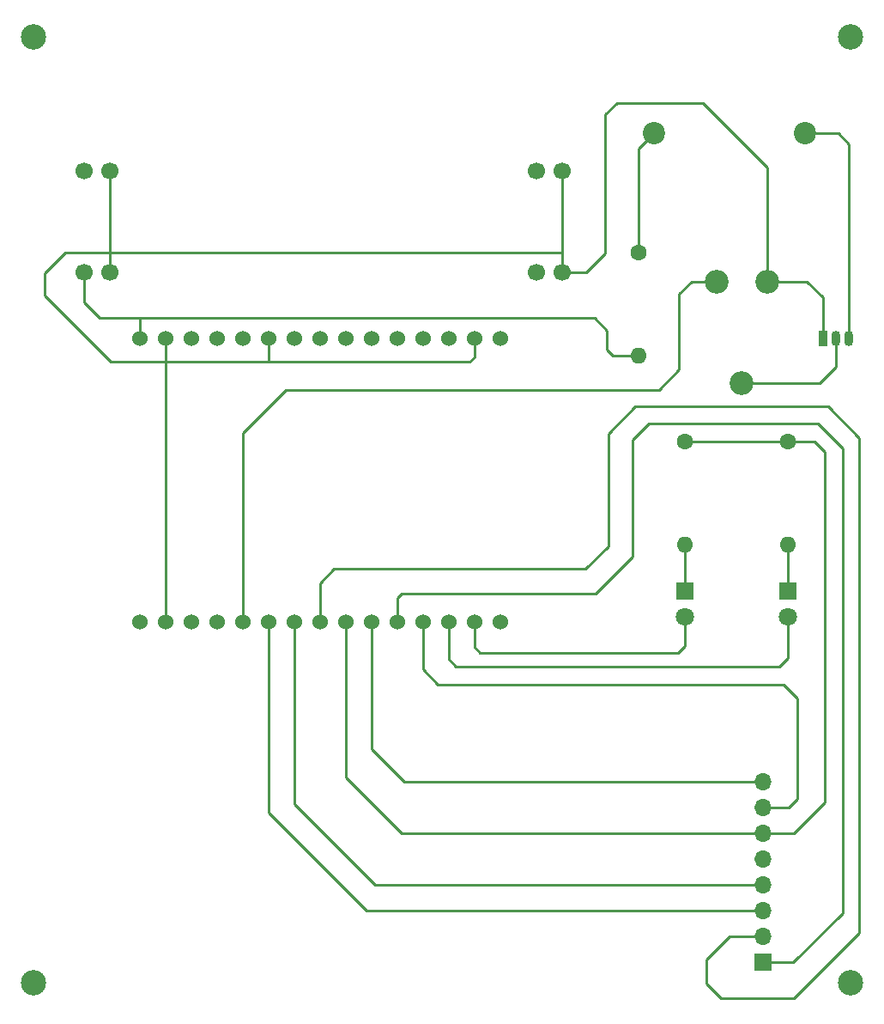
<source format=gbr>
G04 #@! TF.FileFunction,Copper,L2,Bot,Signal*
%FSLAX46Y46*%
G04 Gerber Fmt 4.6, Leading zero omitted, Abs format (unit mm)*
G04 Created by KiCad (PCBNEW 4.0.7-e2-6376~58~ubuntu16.04.1) date Fri Mar  9 08:47:09 2018*
%MOMM*%
%LPD*%
G01*
G04 APERTURE LIST*
%ADD10C,0.100000*%
%ADD11C,2.200000*%
%ADD12R,1.800000X1.800000*%
%ADD13C,1.800000*%
%ADD14C,1.600000*%
%ADD15O,1.600000X1.600000*%
%ADD16C,1.524000*%
%ADD17C,2.340000*%
%ADD18C,2.500000*%
%ADD19O,0.900000X1.500000*%
%ADD20R,0.900000X1.500000*%
%ADD21R,1.700000X1.700000*%
%ADD22O,1.700000X1.700000*%
%ADD23C,1.700000*%
%ADD24C,0.250000*%
G04 APERTURE END LIST*
D10*
D11*
X175811000Y-70866000D03*
X190711000Y-70866000D03*
D12*
X178892200Y-115976400D03*
D13*
X178892200Y-118516400D03*
D12*
X189052200Y-115976400D03*
D13*
X189052200Y-118516400D03*
D14*
X178866800Y-101193600D03*
D15*
X178866800Y-111353600D03*
D14*
X189026800Y-101193600D03*
D15*
X189026800Y-111353600D03*
D16*
X160655000Y-91059000D03*
X158115000Y-91059000D03*
X155575000Y-91059000D03*
X153035000Y-91059000D03*
X150495000Y-91059000D03*
X147955000Y-91059000D03*
X145415000Y-91059000D03*
X142875000Y-91059000D03*
X140335000Y-91059000D03*
X137795000Y-91059000D03*
X135255000Y-91059000D03*
X132715000Y-91059000D03*
X130175000Y-91059000D03*
X127635000Y-91059000D03*
X125095000Y-91059000D03*
X125095000Y-118999000D03*
X127635000Y-118999000D03*
X130175000Y-118999000D03*
X132715000Y-118999000D03*
X135255000Y-118999000D03*
X137795000Y-118999000D03*
X140335000Y-118999000D03*
X142875000Y-118999000D03*
X145415000Y-118999000D03*
X147955000Y-118999000D03*
X150495000Y-118999000D03*
X153035000Y-118999000D03*
X155575000Y-118999000D03*
X158115000Y-118999000D03*
X160655000Y-118999000D03*
D17*
X187016400Y-85471000D03*
X184516400Y-95471000D03*
X182016400Y-85471000D03*
D18*
X114655600Y-61315600D03*
X114655600Y-154584400D03*
X195224400Y-154584400D03*
X195224400Y-61315600D03*
D14*
X174345600Y-82600800D03*
D15*
X174345600Y-92760800D03*
D19*
X193802000Y-91059000D03*
X195072000Y-91059000D03*
D20*
X192532000Y-91059000D03*
D21*
X186613800Y-152552400D03*
D22*
X186613800Y-150012400D03*
X186613800Y-147472400D03*
X186613800Y-144932400D03*
X186613800Y-142392400D03*
X186613800Y-139852400D03*
X186613800Y-137312400D03*
X186613800Y-134772400D03*
D23*
X164236400Y-84582000D03*
X164236400Y-74549000D03*
X166776400Y-74549000D03*
X119634000Y-84582000D03*
X122174000Y-84582000D03*
X166776400Y-84582000D03*
X122174000Y-74549000D03*
X119634000Y-74549000D03*
D24*
X174345600Y-82600800D02*
X174345600Y-72331400D01*
X174345600Y-72331400D02*
X175811000Y-70866000D01*
X127635000Y-118999000D02*
X127635000Y-93319600D01*
X127635000Y-92405200D02*
X127635000Y-93319600D01*
X127635000Y-91059000D02*
X127635000Y-92405200D01*
X127635000Y-93319600D02*
X127558800Y-93395800D01*
X137795000Y-91059000D02*
X137795000Y-93395800D01*
X137795000Y-93395800D02*
X137820400Y-93395800D01*
X126644400Y-93395800D02*
X127558800Y-93395800D01*
X127558800Y-93395800D02*
X137820400Y-93395800D01*
X137820400Y-93395800D02*
X157632400Y-93395800D01*
X158115000Y-92913200D02*
X158115000Y-91059000D01*
X157632400Y-93395800D02*
X158115000Y-92913200D01*
X117754400Y-82575400D02*
X122174000Y-82575400D01*
X115722400Y-84607400D02*
X117754400Y-82575400D01*
X115722400Y-86842600D02*
X115722400Y-84607400D01*
X122275600Y-93395800D02*
X115722400Y-86842600D01*
X126644400Y-93395800D02*
X122275600Y-93395800D01*
X166776400Y-84582000D02*
X169164000Y-84582000D01*
X187016400Y-74189600D02*
X187016400Y-85471000D01*
X180670200Y-67843400D02*
X187016400Y-74189600D01*
X172212000Y-67843400D02*
X180670200Y-67843400D01*
X171043600Y-69011800D02*
X172212000Y-67843400D01*
X171043600Y-82702400D02*
X171043600Y-69011800D01*
X169164000Y-84582000D02*
X171043600Y-82702400D01*
X187016400Y-85471000D02*
X190957200Y-85471000D01*
X190957200Y-85471000D02*
X192532000Y-87045800D01*
X192532000Y-87045800D02*
X192532000Y-91059000D01*
X189026800Y-101193600D02*
X178866800Y-101193600D01*
X186613800Y-139852400D02*
X189636400Y-139852400D01*
X191668400Y-101193600D02*
X189026800Y-101193600D01*
X192684400Y-102209600D02*
X191668400Y-101193600D01*
X192684400Y-136804400D02*
X192684400Y-102209600D01*
X189636400Y-139852400D02*
X192684400Y-136804400D01*
X145415000Y-118999000D02*
X145415000Y-134315200D01*
X150952200Y-139852400D02*
X186613800Y-139852400D01*
X145415000Y-134315200D02*
X150952200Y-139852400D01*
X122174000Y-82575400D02*
X166776400Y-82575400D01*
X166776400Y-82575400D02*
X166674800Y-82575400D01*
X166674800Y-82575400D02*
X166776400Y-82575400D01*
X166776400Y-84582000D02*
X166776400Y-82575400D01*
X166776400Y-82575400D02*
X166776400Y-74549000D01*
X122174000Y-74549000D02*
X122174000Y-82575400D01*
X122174000Y-82575400D02*
X122174000Y-84582000D01*
X178866800Y-111353600D02*
X178866800Y-115951000D01*
X178866800Y-115951000D02*
X178892200Y-115976400D01*
X158115000Y-118999000D02*
X158115000Y-121488200D01*
X178892200Y-121412000D02*
X178892200Y-118516400D01*
X178231800Y-122072400D02*
X178892200Y-121412000D01*
X158699200Y-122072400D02*
X178231800Y-122072400D01*
X158115000Y-121488200D02*
X158699200Y-122072400D01*
X189026800Y-111353600D02*
X189026800Y-115951000D01*
X189026800Y-115951000D02*
X189052200Y-115976400D01*
X155575000Y-118999000D02*
X155575000Y-122682000D01*
X189052200Y-122555000D02*
X189052200Y-118516400D01*
X188214000Y-123393200D02*
X189052200Y-122555000D01*
X156286200Y-123393200D02*
X188214000Y-123393200D01*
X155575000Y-122682000D02*
X156286200Y-123393200D01*
X186613800Y-150012400D02*
X183286400Y-150012400D01*
X142875000Y-115214400D02*
X142875000Y-118999000D01*
X144297400Y-113792000D02*
X142875000Y-115214400D01*
X169113200Y-113792000D02*
X144297400Y-113792000D01*
X171323000Y-111582200D02*
X169113200Y-113792000D01*
X171323000Y-100457000D02*
X171323000Y-111582200D01*
X173990000Y-97790000D02*
X171323000Y-100457000D01*
X193014600Y-97790000D02*
X173990000Y-97790000D01*
X196113400Y-100888800D02*
X193014600Y-97790000D01*
X196113400Y-149631400D02*
X196113400Y-100888800D01*
X189636400Y-156108400D02*
X196113400Y-149631400D01*
X182422800Y-156108400D02*
X189636400Y-156108400D01*
X181000400Y-154686000D02*
X182422800Y-156108400D01*
X181000400Y-152298400D02*
X181000400Y-154686000D01*
X183286400Y-150012400D02*
X181000400Y-152298400D01*
X137795000Y-118999000D02*
X137795000Y-137795000D01*
X147472400Y-147472400D02*
X186613800Y-147472400D01*
X137795000Y-137795000D02*
X147472400Y-147472400D01*
X140335000Y-118999000D02*
X140335000Y-136956800D01*
X148310600Y-144932400D02*
X186613800Y-144932400D01*
X140335000Y-136956800D02*
X148310600Y-144932400D01*
X153035000Y-118999000D02*
X153035000Y-123698000D01*
X189153800Y-137312400D02*
X186613800Y-137312400D01*
X189992000Y-136474200D02*
X189153800Y-137312400D01*
X189992000Y-126517400D02*
X189992000Y-136474200D01*
X188645800Y-125171200D02*
X189992000Y-126517400D01*
X154508200Y-125171200D02*
X188645800Y-125171200D01*
X153035000Y-123698000D02*
X154508200Y-125171200D01*
X147955000Y-118999000D02*
X147955000Y-131521200D01*
X151206200Y-134772400D02*
X186613800Y-134772400D01*
X147955000Y-131521200D02*
X151206200Y-134772400D01*
X135255000Y-118999000D02*
X135255000Y-100355400D01*
X179552600Y-85471000D02*
X182016400Y-85471000D01*
X178333400Y-86690200D02*
X179552600Y-85471000D01*
X178333400Y-94157800D02*
X178333400Y-86690200D01*
X176377600Y-96113600D02*
X178333400Y-94157800D01*
X139496800Y-96113600D02*
X176377600Y-96113600D01*
X135255000Y-100355400D02*
X139496800Y-96113600D01*
X184516400Y-95471000D02*
X192209400Y-95471000D01*
X193802000Y-93878400D02*
X193802000Y-91059000D01*
X192209400Y-95471000D02*
X193802000Y-93878400D01*
X125095000Y-91059000D02*
X125095000Y-89128600D01*
X125095000Y-89128600D02*
X125018800Y-89052400D01*
X119634000Y-84582000D02*
X119634000Y-87553800D01*
X171780200Y-92760800D02*
X174345600Y-92760800D01*
X171196000Y-92176600D02*
X171780200Y-92760800D01*
X171196000Y-90271600D02*
X171196000Y-92176600D01*
X169976800Y-89052400D02*
X171196000Y-90271600D01*
X121132600Y-89052400D02*
X125018800Y-89052400D01*
X125018800Y-89052400D02*
X169976800Y-89052400D01*
X119634000Y-87553800D02*
X121132600Y-89052400D01*
X190711000Y-70866000D02*
X194030600Y-70866000D01*
X195072000Y-71907400D02*
X195072000Y-91059000D01*
X194030600Y-70866000D02*
X195072000Y-71907400D01*
X150495000Y-118999000D02*
X150495000Y-116662200D01*
X189560200Y-152552400D02*
X186613800Y-152552400D01*
X194437000Y-147675600D02*
X189560200Y-152552400D01*
X194437000Y-101879400D02*
X194437000Y-147675600D01*
X192049400Y-99491800D02*
X194437000Y-101879400D01*
X175310800Y-99491800D02*
X192049400Y-99491800D01*
X173710600Y-101092000D02*
X175310800Y-99491800D01*
X173710600Y-112547400D02*
X173710600Y-101092000D01*
X170053000Y-116205000D02*
X173710600Y-112547400D01*
X150952200Y-116205000D02*
X170053000Y-116205000D01*
X150495000Y-116662200D02*
X150952200Y-116205000D01*
M02*

</source>
